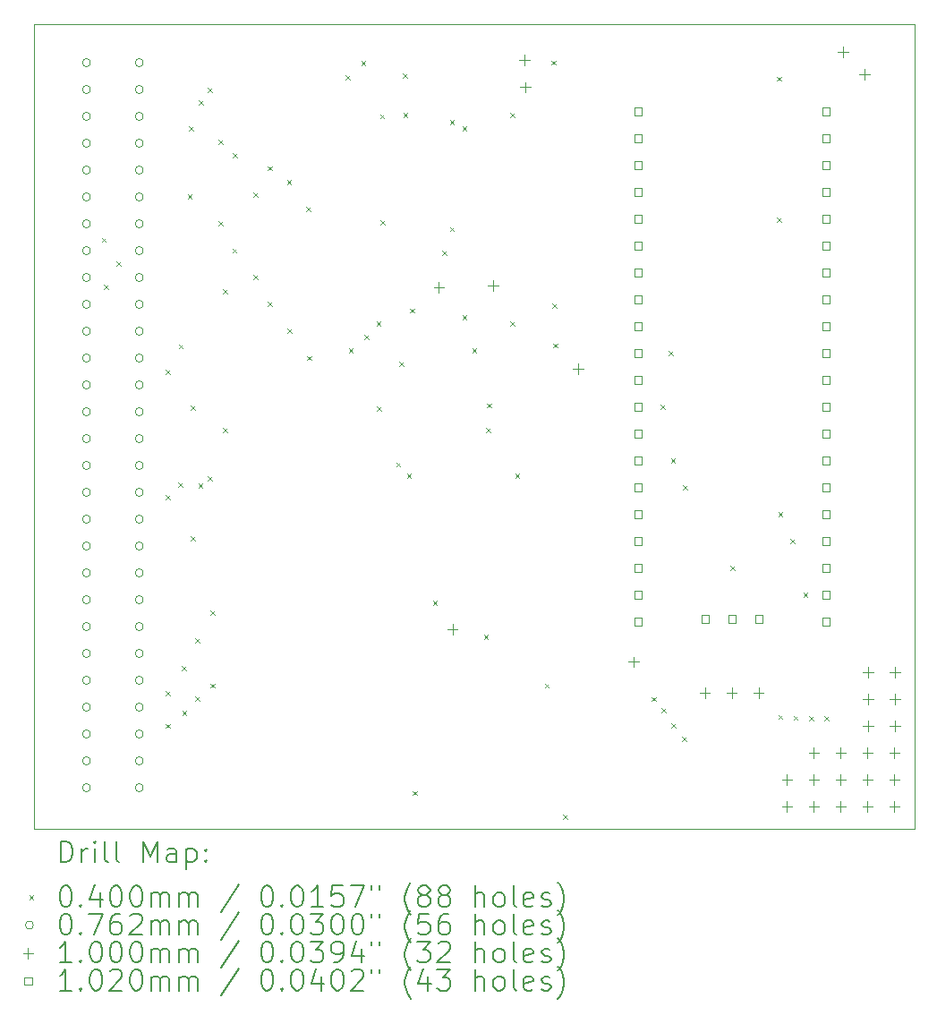
<source format=gbr>
%TF.GenerationSoftware,KiCad,Pcbnew,6.0.10-86aedd382b~118~ubuntu20.04.1*%
%TF.CreationDate,2023-01-03T17:43:26+00:00*%
%TF.ProjectId,srom,73726f6d-2e6b-4696-9361-645f70636258,rev?*%
%TF.SameCoordinates,Original*%
%TF.FileFunction,Drillmap*%
%TF.FilePolarity,Positive*%
%FSLAX45Y45*%
G04 Gerber Fmt 4.5, Leading zero omitted, Abs format (unit mm)*
G04 Created by KiCad (PCBNEW 6.0.10-86aedd382b~118~ubuntu20.04.1) date 2023-01-03 17:43:26*
%MOMM*%
%LPD*%
G01*
G04 APERTURE LIST*
%ADD10C,0.100000*%
%ADD11C,0.200000*%
%ADD12C,0.040000*%
%ADD13C,0.076200*%
%ADD14C,0.102000*%
G04 APERTURE END LIST*
D10*
X2318000Y-4998000D02*
X10646000Y-4998000D01*
X10646000Y-4998000D02*
X10646000Y-12607000D01*
X10646000Y-12607000D02*
X2318000Y-12607000D01*
X2318000Y-12607000D02*
X2318000Y-4998000D01*
D11*
D12*
X2959000Y-7014000D02*
X2999000Y-7054000D01*
X2999000Y-7014000D02*
X2959000Y-7054000D01*
X2978000Y-7458000D02*
X3018000Y-7498000D01*
X3018000Y-7458000D02*
X2978000Y-7498000D01*
X3101000Y-7239000D02*
X3141000Y-7279000D01*
X3141000Y-7239000D02*
X3101000Y-7279000D01*
X3562000Y-9447000D02*
X3602000Y-9487000D01*
X3602000Y-9447000D02*
X3562000Y-9487000D01*
X3563000Y-8263000D02*
X3603000Y-8303000D01*
X3603000Y-8263000D02*
X3563000Y-8303000D01*
X3563000Y-11300000D02*
X3603000Y-11340000D01*
X3603000Y-11300000D02*
X3563000Y-11340000D01*
X3565000Y-11611000D02*
X3605000Y-11651000D01*
X3605000Y-11611000D02*
X3565000Y-11651000D01*
X3680000Y-9329000D02*
X3720000Y-9369000D01*
X3720000Y-9329000D02*
X3680000Y-9369000D01*
X3686000Y-8022000D02*
X3726000Y-8062000D01*
X3726000Y-8022000D02*
X3686000Y-8062000D01*
X3719000Y-11063000D02*
X3759000Y-11103000D01*
X3759000Y-11063000D02*
X3719000Y-11103000D01*
X3722000Y-11489000D02*
X3762000Y-11529000D01*
X3762000Y-11489000D02*
X3722000Y-11529000D01*
X3771000Y-6605000D02*
X3811000Y-6645000D01*
X3811000Y-6605000D02*
X3771000Y-6645000D01*
X3784000Y-5961000D02*
X3824000Y-6001000D01*
X3824000Y-5961000D02*
X3784000Y-6001000D01*
X3799000Y-8605000D02*
X3839000Y-8645000D01*
X3839000Y-8605000D02*
X3799000Y-8645000D01*
X3799000Y-9841000D02*
X3839000Y-9881000D01*
X3839000Y-9841000D02*
X3799000Y-9881000D01*
X3843000Y-11353000D02*
X3883000Y-11393000D01*
X3883000Y-11353000D02*
X3843000Y-11393000D01*
X3844000Y-10806000D02*
X3884000Y-10846000D01*
X3884000Y-10806000D02*
X3844000Y-10846000D01*
X3874000Y-9341000D02*
X3914000Y-9381000D01*
X3914000Y-9341000D02*
X3874000Y-9381000D01*
X3876000Y-5714000D02*
X3916000Y-5754000D01*
X3916000Y-5714000D02*
X3876000Y-5754000D01*
X3963000Y-5596000D02*
X4003000Y-5636000D01*
X4003000Y-5596000D02*
X3963000Y-5636000D01*
X3965000Y-9269000D02*
X4005000Y-9309000D01*
X4005000Y-9269000D02*
X3965000Y-9309000D01*
X3985000Y-11230000D02*
X4025000Y-11270000D01*
X4025000Y-11230000D02*
X3985000Y-11270000D01*
X3988000Y-10538000D02*
X4028000Y-10578000D01*
X4028000Y-10538000D02*
X3988000Y-10578000D01*
X4064000Y-6086000D02*
X4104000Y-6126000D01*
X4104000Y-6086000D02*
X4064000Y-6126000D01*
X4064000Y-6859000D02*
X4104000Y-6899000D01*
X4104000Y-6859000D02*
X4064000Y-6899000D01*
X4107000Y-7501000D02*
X4147000Y-7541000D01*
X4147000Y-7501000D02*
X4107000Y-7541000D01*
X4109000Y-8811000D02*
X4149000Y-8851000D01*
X4149000Y-8811000D02*
X4109000Y-8851000D01*
X4195000Y-7116000D02*
X4235000Y-7156000D01*
X4235000Y-7116000D02*
X4195000Y-7156000D01*
X4200000Y-6212000D02*
X4240000Y-6252000D01*
X4240000Y-6212000D02*
X4200000Y-6252000D01*
X4392000Y-6589000D02*
X4432000Y-6629000D01*
X4432000Y-6589000D02*
X4392000Y-6629000D01*
X4395000Y-7369000D02*
X4435000Y-7409000D01*
X4435000Y-7369000D02*
X4395000Y-7409000D01*
X4529000Y-6338000D02*
X4569000Y-6378000D01*
X4569000Y-6338000D02*
X4529000Y-6378000D01*
X4532000Y-7623000D02*
X4572000Y-7663000D01*
X4572000Y-7623000D02*
X4532000Y-7663000D01*
X4712000Y-6466000D02*
X4752000Y-6506000D01*
X4752000Y-6466000D02*
X4712000Y-6506000D01*
X4716000Y-7872000D02*
X4756000Y-7912000D01*
X4756000Y-7872000D02*
X4716000Y-7912000D01*
X4896000Y-6720000D02*
X4936000Y-6760000D01*
X4936000Y-6720000D02*
X4896000Y-6760000D01*
X4905000Y-8132000D02*
X4945000Y-8172000D01*
X4945000Y-8132000D02*
X4905000Y-8172000D01*
X5265000Y-5477000D02*
X5305000Y-5517000D01*
X5305000Y-5477000D02*
X5265000Y-5517000D01*
X5295000Y-8060000D02*
X5335000Y-8100000D01*
X5335000Y-8060000D02*
X5295000Y-8100000D01*
X5415000Y-5344000D02*
X5455000Y-5384000D01*
X5455000Y-5344000D02*
X5415000Y-5384000D01*
X5447000Y-7934000D02*
X5487000Y-7974000D01*
X5487000Y-7934000D02*
X5447000Y-7974000D01*
X5558000Y-7809000D02*
X5598000Y-7849000D01*
X5598000Y-7809000D02*
X5558000Y-7849000D01*
X5561000Y-8613000D02*
X5601000Y-8653000D01*
X5601000Y-8613000D02*
X5561000Y-8653000D01*
X5591000Y-5846000D02*
X5631000Y-5886000D01*
X5631000Y-5846000D02*
X5591000Y-5886000D01*
X5597000Y-6847000D02*
X5637000Y-6887000D01*
X5637000Y-6847000D02*
X5597000Y-6887000D01*
X5745000Y-9139000D02*
X5785000Y-9179000D01*
X5785000Y-9139000D02*
X5745000Y-9179000D01*
X5774000Y-8188000D02*
X5814000Y-8228000D01*
X5814000Y-8188000D02*
X5774000Y-8228000D01*
X5811000Y-5461000D02*
X5851000Y-5501000D01*
X5851000Y-5461000D02*
X5811000Y-5501000D01*
X5812000Y-5832000D02*
X5852000Y-5872000D01*
X5852000Y-5832000D02*
X5812000Y-5872000D01*
X5845000Y-9244000D02*
X5885000Y-9284000D01*
X5885000Y-9244000D02*
X5845000Y-9284000D01*
X5878000Y-7683000D02*
X5918000Y-7723000D01*
X5918000Y-7683000D02*
X5878000Y-7723000D01*
X5901000Y-12247000D02*
X5941000Y-12287000D01*
X5941000Y-12247000D02*
X5901000Y-12287000D01*
X6092000Y-10446000D02*
X6132000Y-10486000D01*
X6132000Y-10446000D02*
X6092000Y-10486000D01*
X6180000Y-7139000D02*
X6220000Y-7179000D01*
X6220000Y-7139000D02*
X6180000Y-7179000D01*
X6253000Y-5904000D02*
X6293000Y-5944000D01*
X6293000Y-5904000D02*
X6253000Y-5944000D01*
X6253000Y-6913000D02*
X6293000Y-6953000D01*
X6293000Y-6913000D02*
X6253000Y-6953000D01*
X6371000Y-5961000D02*
X6411000Y-6001000D01*
X6411000Y-5961000D02*
X6371000Y-6001000D01*
X6372000Y-7749000D02*
X6412000Y-7789000D01*
X6412000Y-7749000D02*
X6372000Y-7789000D01*
X6464000Y-8058000D02*
X6504000Y-8098000D01*
X6504000Y-8058000D02*
X6464000Y-8098000D01*
X6575000Y-10772000D02*
X6615000Y-10812000D01*
X6615000Y-10772000D02*
X6575000Y-10812000D01*
X6594000Y-8811000D02*
X6634000Y-8851000D01*
X6634000Y-8811000D02*
X6594000Y-8851000D01*
X6603000Y-8582000D02*
X6643000Y-8622000D01*
X6643000Y-8582000D02*
X6603000Y-8622000D01*
X6824000Y-7807000D02*
X6864000Y-7847000D01*
X6864000Y-7807000D02*
X6824000Y-7847000D01*
X6825000Y-5836000D02*
X6865000Y-5876000D01*
X6865000Y-5836000D02*
X6825000Y-5876000D01*
X6871000Y-9247000D02*
X6911000Y-9287000D01*
X6911000Y-9247000D02*
X6871000Y-9287000D01*
X7149000Y-11231000D02*
X7189000Y-11271000D01*
X7189000Y-11231000D02*
X7149000Y-11271000D01*
X7212000Y-5339000D02*
X7252000Y-5379000D01*
X7252000Y-5339000D02*
X7212000Y-5379000D01*
X7222000Y-7634000D02*
X7262000Y-7674000D01*
X7262000Y-7634000D02*
X7222000Y-7674000D01*
X7228000Y-8014000D02*
X7268000Y-8054000D01*
X7268000Y-8014000D02*
X7228000Y-8054000D01*
X7324000Y-12474000D02*
X7364000Y-12514000D01*
X7364000Y-12474000D02*
X7324000Y-12514000D01*
X8162000Y-11359000D02*
X8202000Y-11399000D01*
X8202000Y-11359000D02*
X8162000Y-11399000D01*
X8248000Y-8593000D02*
X8288000Y-8633000D01*
X8288000Y-8593000D02*
X8248000Y-8633000D01*
X8256000Y-11466000D02*
X8296000Y-11506000D01*
X8296000Y-11466000D02*
X8256000Y-11506000D01*
X8323000Y-8087000D02*
X8363000Y-8127000D01*
X8363000Y-8087000D02*
X8323000Y-8127000D01*
X8344000Y-9103000D02*
X8384000Y-9143000D01*
X8384000Y-9103000D02*
X8344000Y-9143000D01*
X8346000Y-11610000D02*
X8386000Y-11650000D01*
X8386000Y-11610000D02*
X8346000Y-11650000D01*
X8447000Y-11737000D02*
X8487000Y-11777000D01*
X8487000Y-11737000D02*
X8447000Y-11777000D01*
X8461000Y-9354000D02*
X8501000Y-9394000D01*
X8501000Y-9354000D02*
X8461000Y-9394000D01*
X8905000Y-10117000D02*
X8945000Y-10157000D01*
X8945000Y-10117000D02*
X8905000Y-10157000D01*
X9346000Y-6825000D02*
X9386000Y-6865000D01*
X9386000Y-6825000D02*
X9346000Y-6865000D01*
X9348000Y-5490000D02*
X9388000Y-5530000D01*
X9388000Y-5490000D02*
X9348000Y-5530000D01*
X9359000Y-9611000D02*
X9399000Y-9651000D01*
X9399000Y-9611000D02*
X9359000Y-9651000D01*
X9359000Y-11528333D02*
X9399000Y-11568333D01*
X9399000Y-11528333D02*
X9359000Y-11568333D01*
X9473000Y-9862000D02*
X9513000Y-9902000D01*
X9513000Y-9862000D02*
X9473000Y-9902000D01*
X9504000Y-11534667D02*
X9544000Y-11574667D01*
X9544000Y-11534667D02*
X9504000Y-11574667D01*
X9598000Y-10371000D02*
X9638000Y-10411000D01*
X9638000Y-10371000D02*
X9598000Y-10411000D01*
X9649000Y-11541000D02*
X9689000Y-11581000D01*
X9689000Y-11541000D02*
X9649000Y-11581000D01*
X9793000Y-11540000D02*
X9833000Y-11580000D01*
X9833000Y-11540000D02*
X9793000Y-11580000D01*
D13*
X2853100Y-5358000D02*
G75*
G03*
X2853100Y-5358000I-38100J0D01*
G01*
X2853100Y-5612000D02*
G75*
G03*
X2853100Y-5612000I-38100J0D01*
G01*
X2853100Y-5866000D02*
G75*
G03*
X2853100Y-5866000I-38100J0D01*
G01*
X2853100Y-6120000D02*
G75*
G03*
X2853100Y-6120000I-38100J0D01*
G01*
X2853100Y-6374000D02*
G75*
G03*
X2853100Y-6374000I-38100J0D01*
G01*
X2853100Y-6628000D02*
G75*
G03*
X2853100Y-6628000I-38100J0D01*
G01*
X2853100Y-6882000D02*
G75*
G03*
X2853100Y-6882000I-38100J0D01*
G01*
X2853100Y-7136000D02*
G75*
G03*
X2853100Y-7136000I-38100J0D01*
G01*
X2853100Y-7390000D02*
G75*
G03*
X2853100Y-7390000I-38100J0D01*
G01*
X2853100Y-7644000D02*
G75*
G03*
X2853100Y-7644000I-38100J0D01*
G01*
X2853100Y-7898000D02*
G75*
G03*
X2853100Y-7898000I-38100J0D01*
G01*
X2853100Y-8152000D02*
G75*
G03*
X2853100Y-8152000I-38100J0D01*
G01*
X2853100Y-8406000D02*
G75*
G03*
X2853100Y-8406000I-38100J0D01*
G01*
X2853100Y-8660000D02*
G75*
G03*
X2853100Y-8660000I-38100J0D01*
G01*
X2853100Y-8914000D02*
G75*
G03*
X2853100Y-8914000I-38100J0D01*
G01*
X2853100Y-9168000D02*
G75*
G03*
X2853100Y-9168000I-38100J0D01*
G01*
X2853100Y-9422000D02*
G75*
G03*
X2853100Y-9422000I-38100J0D01*
G01*
X2853100Y-9676000D02*
G75*
G03*
X2853100Y-9676000I-38100J0D01*
G01*
X2853100Y-9930000D02*
G75*
G03*
X2853100Y-9930000I-38100J0D01*
G01*
X2853100Y-10184000D02*
G75*
G03*
X2853100Y-10184000I-38100J0D01*
G01*
X2853100Y-10438000D02*
G75*
G03*
X2853100Y-10438000I-38100J0D01*
G01*
X2853100Y-10692000D02*
G75*
G03*
X2853100Y-10692000I-38100J0D01*
G01*
X2853100Y-10946000D02*
G75*
G03*
X2853100Y-10946000I-38100J0D01*
G01*
X2853100Y-11200000D02*
G75*
G03*
X2853100Y-11200000I-38100J0D01*
G01*
X2853100Y-11454000D02*
G75*
G03*
X2853100Y-11454000I-38100J0D01*
G01*
X2853100Y-11708000D02*
G75*
G03*
X2853100Y-11708000I-38100J0D01*
G01*
X2853100Y-11962000D02*
G75*
G03*
X2853100Y-11962000I-38100J0D01*
G01*
X2853100Y-12216000D02*
G75*
G03*
X2853100Y-12216000I-38100J0D01*
G01*
X3353100Y-5358000D02*
G75*
G03*
X3353100Y-5358000I-38100J0D01*
G01*
X3353100Y-5612000D02*
G75*
G03*
X3353100Y-5612000I-38100J0D01*
G01*
X3353100Y-5866000D02*
G75*
G03*
X3353100Y-5866000I-38100J0D01*
G01*
X3353100Y-6120000D02*
G75*
G03*
X3353100Y-6120000I-38100J0D01*
G01*
X3353100Y-6374000D02*
G75*
G03*
X3353100Y-6374000I-38100J0D01*
G01*
X3353100Y-6628000D02*
G75*
G03*
X3353100Y-6628000I-38100J0D01*
G01*
X3353100Y-6882000D02*
G75*
G03*
X3353100Y-6882000I-38100J0D01*
G01*
X3353100Y-7136000D02*
G75*
G03*
X3353100Y-7136000I-38100J0D01*
G01*
X3353100Y-7390000D02*
G75*
G03*
X3353100Y-7390000I-38100J0D01*
G01*
X3353100Y-7644000D02*
G75*
G03*
X3353100Y-7644000I-38100J0D01*
G01*
X3353100Y-7898000D02*
G75*
G03*
X3353100Y-7898000I-38100J0D01*
G01*
X3353100Y-8152000D02*
G75*
G03*
X3353100Y-8152000I-38100J0D01*
G01*
X3353100Y-8406000D02*
G75*
G03*
X3353100Y-8406000I-38100J0D01*
G01*
X3353100Y-8660000D02*
G75*
G03*
X3353100Y-8660000I-38100J0D01*
G01*
X3353100Y-8914000D02*
G75*
G03*
X3353100Y-8914000I-38100J0D01*
G01*
X3353100Y-9168000D02*
G75*
G03*
X3353100Y-9168000I-38100J0D01*
G01*
X3353100Y-9422000D02*
G75*
G03*
X3353100Y-9422000I-38100J0D01*
G01*
X3353100Y-9676000D02*
G75*
G03*
X3353100Y-9676000I-38100J0D01*
G01*
X3353100Y-9930000D02*
G75*
G03*
X3353100Y-9930000I-38100J0D01*
G01*
X3353100Y-10184000D02*
G75*
G03*
X3353100Y-10184000I-38100J0D01*
G01*
X3353100Y-10438000D02*
G75*
G03*
X3353100Y-10438000I-38100J0D01*
G01*
X3353100Y-10692000D02*
G75*
G03*
X3353100Y-10692000I-38100J0D01*
G01*
X3353100Y-10946000D02*
G75*
G03*
X3353100Y-10946000I-38100J0D01*
G01*
X3353100Y-11200000D02*
G75*
G03*
X3353100Y-11200000I-38100J0D01*
G01*
X3353100Y-11454000D02*
G75*
G03*
X3353100Y-11454000I-38100J0D01*
G01*
X3353100Y-11708000D02*
G75*
G03*
X3353100Y-11708000I-38100J0D01*
G01*
X3353100Y-11962000D02*
G75*
G03*
X3353100Y-11962000I-38100J0D01*
G01*
X3353100Y-12216000D02*
G75*
G03*
X3353100Y-12216000I-38100J0D01*
G01*
D10*
X6149000Y-7434000D02*
X6149000Y-7534000D01*
X6099000Y-7484000D02*
X6199000Y-7484000D01*
X6277000Y-10671000D02*
X6277000Y-10771000D01*
X6227000Y-10721000D02*
X6327000Y-10721000D01*
X6664000Y-7416000D02*
X6664000Y-7516000D01*
X6614000Y-7466000D02*
X6714000Y-7466000D01*
X6961000Y-5285000D02*
X6961000Y-5385000D01*
X6911000Y-5335000D02*
X7011000Y-5335000D01*
X6964000Y-5541000D02*
X6964000Y-5641000D01*
X6914000Y-5591000D02*
X7014000Y-5591000D01*
X7463000Y-8202000D02*
X7463000Y-8302000D01*
X7413000Y-8252000D02*
X7513000Y-8252000D01*
X7992000Y-10976000D02*
X7992000Y-11076000D01*
X7942000Y-11026000D02*
X8042000Y-11026000D01*
X8665000Y-11266500D02*
X8665000Y-11366500D01*
X8615000Y-11316500D02*
X8715000Y-11316500D01*
X8919000Y-11266500D02*
X8919000Y-11366500D01*
X8869000Y-11316500D02*
X8969000Y-11316500D01*
X9173000Y-11266500D02*
X9173000Y-11366500D01*
X9123000Y-11316500D02*
X9223000Y-11316500D01*
X9443000Y-12091000D02*
X9443000Y-12191000D01*
X9393000Y-12141000D02*
X9493000Y-12141000D01*
X9443000Y-12345000D02*
X9443000Y-12445000D01*
X9393000Y-12395000D02*
X9493000Y-12395000D01*
X9697000Y-11837000D02*
X9697000Y-11937000D01*
X9647000Y-11887000D02*
X9747000Y-11887000D01*
X9697000Y-12091000D02*
X9697000Y-12191000D01*
X9647000Y-12141000D02*
X9747000Y-12141000D01*
X9697000Y-12345000D02*
X9697000Y-12445000D01*
X9647000Y-12395000D02*
X9747000Y-12395000D01*
X9951000Y-11837000D02*
X9951000Y-11937000D01*
X9901000Y-11887000D02*
X10001000Y-11887000D01*
X9951000Y-12091000D02*
X9951000Y-12191000D01*
X9901000Y-12141000D02*
X10001000Y-12141000D01*
X9951000Y-12345000D02*
X9951000Y-12445000D01*
X9901000Y-12395000D02*
X10001000Y-12395000D01*
X9973000Y-5210000D02*
X9973000Y-5310000D01*
X9923000Y-5260000D02*
X10023000Y-5260000D01*
X10177000Y-5415000D02*
X10177000Y-5515000D01*
X10127000Y-5465000D02*
X10227000Y-5465000D01*
X10205000Y-11837000D02*
X10205000Y-11937000D01*
X10155000Y-11887000D02*
X10255000Y-11887000D01*
X10205000Y-12091000D02*
X10205000Y-12191000D01*
X10155000Y-12141000D02*
X10255000Y-12141000D01*
X10205000Y-12345000D02*
X10205000Y-12445000D01*
X10155000Y-12395000D02*
X10255000Y-12395000D01*
X10207000Y-11073000D02*
X10207000Y-11173000D01*
X10157000Y-11123000D02*
X10257000Y-11123000D01*
X10207000Y-11327000D02*
X10207000Y-11427000D01*
X10157000Y-11377000D02*
X10257000Y-11377000D01*
X10207000Y-11581000D02*
X10207000Y-11681000D01*
X10157000Y-11631000D02*
X10257000Y-11631000D01*
X10459000Y-11837000D02*
X10459000Y-11937000D01*
X10409000Y-11887000D02*
X10509000Y-11887000D01*
X10459000Y-12091000D02*
X10459000Y-12191000D01*
X10409000Y-12141000D02*
X10509000Y-12141000D01*
X10459000Y-12345000D02*
X10459000Y-12445000D01*
X10409000Y-12395000D02*
X10509000Y-12395000D01*
X10461000Y-11073000D02*
X10461000Y-11173000D01*
X10411000Y-11123000D02*
X10511000Y-11123000D01*
X10461000Y-11327000D02*
X10461000Y-11427000D01*
X10411000Y-11377000D02*
X10511000Y-11377000D01*
X10461000Y-11581000D02*
X10461000Y-11681000D01*
X10411000Y-11631000D02*
X10511000Y-11631000D01*
D14*
X8071063Y-5855063D02*
X8071063Y-5782937D01*
X7998937Y-5782937D01*
X7998937Y-5855063D01*
X8071063Y-5855063D01*
X8071063Y-6109063D02*
X8071063Y-6036937D01*
X7998937Y-6036937D01*
X7998937Y-6109063D01*
X8071063Y-6109063D01*
X8071063Y-6363063D02*
X8071063Y-6290937D01*
X7998937Y-6290937D01*
X7998937Y-6363063D01*
X8071063Y-6363063D01*
X8071063Y-6617063D02*
X8071063Y-6544937D01*
X7998937Y-6544937D01*
X7998937Y-6617063D01*
X8071063Y-6617063D01*
X8071063Y-6871063D02*
X8071063Y-6798937D01*
X7998937Y-6798937D01*
X7998937Y-6871063D01*
X8071063Y-6871063D01*
X8071063Y-7125063D02*
X8071063Y-7052937D01*
X7998937Y-7052937D01*
X7998937Y-7125063D01*
X8071063Y-7125063D01*
X8071063Y-7379063D02*
X8071063Y-7306937D01*
X7998937Y-7306937D01*
X7998937Y-7379063D01*
X8071063Y-7379063D01*
X8071063Y-7633063D02*
X8071063Y-7560937D01*
X7998937Y-7560937D01*
X7998937Y-7633063D01*
X8071063Y-7633063D01*
X8071063Y-7887063D02*
X8071063Y-7814937D01*
X7998937Y-7814937D01*
X7998937Y-7887063D01*
X8071063Y-7887063D01*
X8071063Y-8141063D02*
X8071063Y-8068937D01*
X7998937Y-8068937D01*
X7998937Y-8141063D01*
X8071063Y-8141063D01*
X8071063Y-8395063D02*
X8071063Y-8322937D01*
X7998937Y-8322937D01*
X7998937Y-8395063D01*
X8071063Y-8395063D01*
X8071063Y-8649063D02*
X8071063Y-8576937D01*
X7998937Y-8576937D01*
X7998937Y-8649063D01*
X8071063Y-8649063D01*
X8071063Y-8903063D02*
X8071063Y-8830937D01*
X7998937Y-8830937D01*
X7998937Y-8903063D01*
X8071063Y-8903063D01*
X8071063Y-9157063D02*
X8071063Y-9084937D01*
X7998937Y-9084937D01*
X7998937Y-9157063D01*
X8071063Y-9157063D01*
X8071063Y-9411063D02*
X8071063Y-9338937D01*
X7998937Y-9338937D01*
X7998937Y-9411063D01*
X8071063Y-9411063D01*
X8071063Y-9665063D02*
X8071063Y-9592937D01*
X7998937Y-9592937D01*
X7998937Y-9665063D01*
X8071063Y-9665063D01*
X8071063Y-9919063D02*
X8071063Y-9846937D01*
X7998937Y-9846937D01*
X7998937Y-9919063D01*
X8071063Y-9919063D01*
X8071063Y-10173063D02*
X8071063Y-10100937D01*
X7998937Y-10100937D01*
X7998937Y-10173063D01*
X8071063Y-10173063D01*
X8071063Y-10427063D02*
X8071063Y-10354937D01*
X7998937Y-10354937D01*
X7998937Y-10427063D01*
X8071063Y-10427063D01*
X8071063Y-10681063D02*
X8071063Y-10608937D01*
X7998937Y-10608937D01*
X7998937Y-10681063D01*
X8071063Y-10681063D01*
X8706063Y-10658063D02*
X8706063Y-10585937D01*
X8633937Y-10585937D01*
X8633937Y-10658063D01*
X8706063Y-10658063D01*
X8960063Y-10658063D02*
X8960063Y-10585937D01*
X8887937Y-10585937D01*
X8887937Y-10658063D01*
X8960063Y-10658063D01*
X9214063Y-10658063D02*
X9214063Y-10585937D01*
X9141937Y-10585937D01*
X9141937Y-10658063D01*
X9214063Y-10658063D01*
X9849063Y-5855063D02*
X9849063Y-5782937D01*
X9776937Y-5782937D01*
X9776937Y-5855063D01*
X9849063Y-5855063D01*
X9849063Y-6109063D02*
X9849063Y-6036937D01*
X9776937Y-6036937D01*
X9776937Y-6109063D01*
X9849063Y-6109063D01*
X9849063Y-6363063D02*
X9849063Y-6290937D01*
X9776937Y-6290937D01*
X9776937Y-6363063D01*
X9849063Y-6363063D01*
X9849063Y-6617063D02*
X9849063Y-6544937D01*
X9776937Y-6544937D01*
X9776937Y-6617063D01*
X9849063Y-6617063D01*
X9849063Y-6871063D02*
X9849063Y-6798937D01*
X9776937Y-6798937D01*
X9776937Y-6871063D01*
X9849063Y-6871063D01*
X9849063Y-7125063D02*
X9849063Y-7052937D01*
X9776937Y-7052937D01*
X9776937Y-7125063D01*
X9849063Y-7125063D01*
X9849063Y-7379063D02*
X9849063Y-7306937D01*
X9776937Y-7306937D01*
X9776937Y-7379063D01*
X9849063Y-7379063D01*
X9849063Y-7633063D02*
X9849063Y-7560937D01*
X9776937Y-7560937D01*
X9776937Y-7633063D01*
X9849063Y-7633063D01*
X9849063Y-7887063D02*
X9849063Y-7814937D01*
X9776937Y-7814937D01*
X9776937Y-7887063D01*
X9849063Y-7887063D01*
X9849063Y-8141063D02*
X9849063Y-8068937D01*
X9776937Y-8068937D01*
X9776937Y-8141063D01*
X9849063Y-8141063D01*
X9849063Y-8395063D02*
X9849063Y-8322937D01*
X9776937Y-8322937D01*
X9776937Y-8395063D01*
X9849063Y-8395063D01*
X9849063Y-8649063D02*
X9849063Y-8576937D01*
X9776937Y-8576937D01*
X9776937Y-8649063D01*
X9849063Y-8649063D01*
X9849063Y-8903063D02*
X9849063Y-8830937D01*
X9776937Y-8830937D01*
X9776937Y-8903063D01*
X9849063Y-8903063D01*
X9849063Y-9157063D02*
X9849063Y-9084937D01*
X9776937Y-9084937D01*
X9776937Y-9157063D01*
X9849063Y-9157063D01*
X9849063Y-9411063D02*
X9849063Y-9338937D01*
X9776937Y-9338937D01*
X9776937Y-9411063D01*
X9849063Y-9411063D01*
X9849063Y-9665063D02*
X9849063Y-9592937D01*
X9776937Y-9592937D01*
X9776937Y-9665063D01*
X9849063Y-9665063D01*
X9849063Y-9919063D02*
X9849063Y-9846937D01*
X9776937Y-9846937D01*
X9776937Y-9919063D01*
X9849063Y-9919063D01*
X9849063Y-10173063D02*
X9849063Y-10100937D01*
X9776937Y-10100937D01*
X9776937Y-10173063D01*
X9849063Y-10173063D01*
X9849063Y-10427063D02*
X9849063Y-10354937D01*
X9776937Y-10354937D01*
X9776937Y-10427063D01*
X9849063Y-10427063D01*
X9849063Y-10681063D02*
X9849063Y-10608937D01*
X9776937Y-10608937D01*
X9776937Y-10681063D01*
X9849063Y-10681063D01*
D11*
X2570619Y-12922476D02*
X2570619Y-12722476D01*
X2618238Y-12722476D01*
X2646810Y-12732000D01*
X2665857Y-12751048D01*
X2675381Y-12770095D01*
X2684905Y-12808190D01*
X2684905Y-12836762D01*
X2675381Y-12874857D01*
X2665857Y-12893905D01*
X2646810Y-12912952D01*
X2618238Y-12922476D01*
X2570619Y-12922476D01*
X2770619Y-12922476D02*
X2770619Y-12789143D01*
X2770619Y-12827238D02*
X2780143Y-12808190D01*
X2789667Y-12798667D01*
X2808714Y-12789143D01*
X2827762Y-12789143D01*
X2894428Y-12922476D02*
X2894428Y-12789143D01*
X2894428Y-12722476D02*
X2884905Y-12732000D01*
X2894428Y-12741524D01*
X2903952Y-12732000D01*
X2894428Y-12722476D01*
X2894428Y-12741524D01*
X3018238Y-12922476D02*
X2999190Y-12912952D01*
X2989667Y-12893905D01*
X2989667Y-12722476D01*
X3123000Y-12922476D02*
X3103952Y-12912952D01*
X3094428Y-12893905D01*
X3094428Y-12722476D01*
X3351571Y-12922476D02*
X3351571Y-12722476D01*
X3418238Y-12865333D01*
X3484905Y-12722476D01*
X3484905Y-12922476D01*
X3665857Y-12922476D02*
X3665857Y-12817714D01*
X3656333Y-12798667D01*
X3637286Y-12789143D01*
X3599190Y-12789143D01*
X3580143Y-12798667D01*
X3665857Y-12912952D02*
X3646809Y-12922476D01*
X3599190Y-12922476D01*
X3580143Y-12912952D01*
X3570619Y-12893905D01*
X3570619Y-12874857D01*
X3580143Y-12855809D01*
X3599190Y-12846286D01*
X3646809Y-12846286D01*
X3665857Y-12836762D01*
X3761095Y-12789143D02*
X3761095Y-12989143D01*
X3761095Y-12798667D02*
X3780143Y-12789143D01*
X3818238Y-12789143D01*
X3837286Y-12798667D01*
X3846809Y-12808190D01*
X3856333Y-12827238D01*
X3856333Y-12884381D01*
X3846809Y-12903428D01*
X3837286Y-12912952D01*
X3818238Y-12922476D01*
X3780143Y-12922476D01*
X3761095Y-12912952D01*
X3942048Y-12903428D02*
X3951571Y-12912952D01*
X3942048Y-12922476D01*
X3932524Y-12912952D01*
X3942048Y-12903428D01*
X3942048Y-12922476D01*
X3942048Y-12798667D02*
X3951571Y-12808190D01*
X3942048Y-12817714D01*
X3932524Y-12808190D01*
X3942048Y-12798667D01*
X3942048Y-12817714D01*
D12*
X2273000Y-13232000D02*
X2313000Y-13272000D01*
X2313000Y-13232000D02*
X2273000Y-13272000D01*
D11*
X2608714Y-13142476D02*
X2627762Y-13142476D01*
X2646810Y-13152000D01*
X2656333Y-13161524D01*
X2665857Y-13180571D01*
X2675381Y-13218667D01*
X2675381Y-13266286D01*
X2665857Y-13304381D01*
X2656333Y-13323428D01*
X2646810Y-13332952D01*
X2627762Y-13342476D01*
X2608714Y-13342476D01*
X2589667Y-13332952D01*
X2580143Y-13323428D01*
X2570619Y-13304381D01*
X2561095Y-13266286D01*
X2561095Y-13218667D01*
X2570619Y-13180571D01*
X2580143Y-13161524D01*
X2589667Y-13152000D01*
X2608714Y-13142476D01*
X2761095Y-13323428D02*
X2770619Y-13332952D01*
X2761095Y-13342476D01*
X2751571Y-13332952D01*
X2761095Y-13323428D01*
X2761095Y-13342476D01*
X2942048Y-13209143D02*
X2942048Y-13342476D01*
X2894428Y-13132952D02*
X2846809Y-13275809D01*
X2970619Y-13275809D01*
X3084905Y-13142476D02*
X3103952Y-13142476D01*
X3123000Y-13152000D01*
X3132524Y-13161524D01*
X3142048Y-13180571D01*
X3151571Y-13218667D01*
X3151571Y-13266286D01*
X3142048Y-13304381D01*
X3132524Y-13323428D01*
X3123000Y-13332952D01*
X3103952Y-13342476D01*
X3084905Y-13342476D01*
X3065857Y-13332952D01*
X3056333Y-13323428D01*
X3046809Y-13304381D01*
X3037286Y-13266286D01*
X3037286Y-13218667D01*
X3046809Y-13180571D01*
X3056333Y-13161524D01*
X3065857Y-13152000D01*
X3084905Y-13142476D01*
X3275381Y-13142476D02*
X3294428Y-13142476D01*
X3313476Y-13152000D01*
X3323000Y-13161524D01*
X3332524Y-13180571D01*
X3342048Y-13218667D01*
X3342048Y-13266286D01*
X3332524Y-13304381D01*
X3323000Y-13323428D01*
X3313476Y-13332952D01*
X3294428Y-13342476D01*
X3275381Y-13342476D01*
X3256333Y-13332952D01*
X3246809Y-13323428D01*
X3237286Y-13304381D01*
X3227762Y-13266286D01*
X3227762Y-13218667D01*
X3237286Y-13180571D01*
X3246809Y-13161524D01*
X3256333Y-13152000D01*
X3275381Y-13142476D01*
X3427762Y-13342476D02*
X3427762Y-13209143D01*
X3427762Y-13228190D02*
X3437286Y-13218667D01*
X3456333Y-13209143D01*
X3484905Y-13209143D01*
X3503952Y-13218667D01*
X3513476Y-13237714D01*
X3513476Y-13342476D01*
X3513476Y-13237714D02*
X3523000Y-13218667D01*
X3542048Y-13209143D01*
X3570619Y-13209143D01*
X3589667Y-13218667D01*
X3599190Y-13237714D01*
X3599190Y-13342476D01*
X3694428Y-13342476D02*
X3694428Y-13209143D01*
X3694428Y-13228190D02*
X3703952Y-13218667D01*
X3723000Y-13209143D01*
X3751571Y-13209143D01*
X3770619Y-13218667D01*
X3780143Y-13237714D01*
X3780143Y-13342476D01*
X3780143Y-13237714D02*
X3789667Y-13218667D01*
X3808714Y-13209143D01*
X3837286Y-13209143D01*
X3856333Y-13218667D01*
X3865857Y-13237714D01*
X3865857Y-13342476D01*
X4256333Y-13132952D02*
X4084905Y-13390095D01*
X4513476Y-13142476D02*
X4532524Y-13142476D01*
X4551571Y-13152000D01*
X4561095Y-13161524D01*
X4570619Y-13180571D01*
X4580143Y-13218667D01*
X4580143Y-13266286D01*
X4570619Y-13304381D01*
X4561095Y-13323428D01*
X4551571Y-13332952D01*
X4532524Y-13342476D01*
X4513476Y-13342476D01*
X4494429Y-13332952D01*
X4484905Y-13323428D01*
X4475381Y-13304381D01*
X4465857Y-13266286D01*
X4465857Y-13218667D01*
X4475381Y-13180571D01*
X4484905Y-13161524D01*
X4494429Y-13152000D01*
X4513476Y-13142476D01*
X4665857Y-13323428D02*
X4675381Y-13332952D01*
X4665857Y-13342476D01*
X4656333Y-13332952D01*
X4665857Y-13323428D01*
X4665857Y-13342476D01*
X4799190Y-13142476D02*
X4818238Y-13142476D01*
X4837286Y-13152000D01*
X4846810Y-13161524D01*
X4856333Y-13180571D01*
X4865857Y-13218667D01*
X4865857Y-13266286D01*
X4856333Y-13304381D01*
X4846810Y-13323428D01*
X4837286Y-13332952D01*
X4818238Y-13342476D01*
X4799190Y-13342476D01*
X4780143Y-13332952D01*
X4770619Y-13323428D01*
X4761095Y-13304381D01*
X4751571Y-13266286D01*
X4751571Y-13218667D01*
X4761095Y-13180571D01*
X4770619Y-13161524D01*
X4780143Y-13152000D01*
X4799190Y-13142476D01*
X5056333Y-13342476D02*
X4942048Y-13342476D01*
X4999190Y-13342476D02*
X4999190Y-13142476D01*
X4980143Y-13171048D01*
X4961095Y-13190095D01*
X4942048Y-13199619D01*
X5237286Y-13142476D02*
X5142048Y-13142476D01*
X5132524Y-13237714D01*
X5142048Y-13228190D01*
X5161095Y-13218667D01*
X5208714Y-13218667D01*
X5227762Y-13228190D01*
X5237286Y-13237714D01*
X5246810Y-13256762D01*
X5246810Y-13304381D01*
X5237286Y-13323428D01*
X5227762Y-13332952D01*
X5208714Y-13342476D01*
X5161095Y-13342476D01*
X5142048Y-13332952D01*
X5132524Y-13323428D01*
X5313476Y-13142476D02*
X5446810Y-13142476D01*
X5361095Y-13342476D01*
X5513476Y-13142476D02*
X5513476Y-13180571D01*
X5589667Y-13142476D02*
X5589667Y-13180571D01*
X5884905Y-13418667D02*
X5875381Y-13409143D01*
X5856333Y-13380571D01*
X5846809Y-13361524D01*
X5837286Y-13332952D01*
X5827762Y-13285333D01*
X5827762Y-13247238D01*
X5837286Y-13199619D01*
X5846809Y-13171048D01*
X5856333Y-13152000D01*
X5875381Y-13123428D01*
X5884905Y-13113905D01*
X5989667Y-13228190D02*
X5970619Y-13218667D01*
X5961095Y-13209143D01*
X5951571Y-13190095D01*
X5951571Y-13180571D01*
X5961095Y-13161524D01*
X5970619Y-13152000D01*
X5989667Y-13142476D01*
X6027762Y-13142476D01*
X6046809Y-13152000D01*
X6056333Y-13161524D01*
X6065857Y-13180571D01*
X6065857Y-13190095D01*
X6056333Y-13209143D01*
X6046809Y-13218667D01*
X6027762Y-13228190D01*
X5989667Y-13228190D01*
X5970619Y-13237714D01*
X5961095Y-13247238D01*
X5951571Y-13266286D01*
X5951571Y-13304381D01*
X5961095Y-13323428D01*
X5970619Y-13332952D01*
X5989667Y-13342476D01*
X6027762Y-13342476D01*
X6046809Y-13332952D01*
X6056333Y-13323428D01*
X6065857Y-13304381D01*
X6065857Y-13266286D01*
X6056333Y-13247238D01*
X6046809Y-13237714D01*
X6027762Y-13228190D01*
X6180143Y-13228190D02*
X6161095Y-13218667D01*
X6151571Y-13209143D01*
X6142048Y-13190095D01*
X6142048Y-13180571D01*
X6151571Y-13161524D01*
X6161095Y-13152000D01*
X6180143Y-13142476D01*
X6218238Y-13142476D01*
X6237286Y-13152000D01*
X6246809Y-13161524D01*
X6256333Y-13180571D01*
X6256333Y-13190095D01*
X6246809Y-13209143D01*
X6237286Y-13218667D01*
X6218238Y-13228190D01*
X6180143Y-13228190D01*
X6161095Y-13237714D01*
X6151571Y-13247238D01*
X6142048Y-13266286D01*
X6142048Y-13304381D01*
X6151571Y-13323428D01*
X6161095Y-13332952D01*
X6180143Y-13342476D01*
X6218238Y-13342476D01*
X6237286Y-13332952D01*
X6246809Y-13323428D01*
X6256333Y-13304381D01*
X6256333Y-13266286D01*
X6246809Y-13247238D01*
X6237286Y-13237714D01*
X6218238Y-13228190D01*
X6494428Y-13342476D02*
X6494428Y-13142476D01*
X6580143Y-13342476D02*
X6580143Y-13237714D01*
X6570619Y-13218667D01*
X6551571Y-13209143D01*
X6523000Y-13209143D01*
X6503952Y-13218667D01*
X6494428Y-13228190D01*
X6703952Y-13342476D02*
X6684905Y-13332952D01*
X6675381Y-13323428D01*
X6665857Y-13304381D01*
X6665857Y-13247238D01*
X6675381Y-13228190D01*
X6684905Y-13218667D01*
X6703952Y-13209143D01*
X6732524Y-13209143D01*
X6751571Y-13218667D01*
X6761095Y-13228190D01*
X6770619Y-13247238D01*
X6770619Y-13304381D01*
X6761095Y-13323428D01*
X6751571Y-13332952D01*
X6732524Y-13342476D01*
X6703952Y-13342476D01*
X6884905Y-13342476D02*
X6865857Y-13332952D01*
X6856333Y-13313905D01*
X6856333Y-13142476D01*
X7037286Y-13332952D02*
X7018238Y-13342476D01*
X6980143Y-13342476D01*
X6961095Y-13332952D01*
X6951571Y-13313905D01*
X6951571Y-13237714D01*
X6961095Y-13218667D01*
X6980143Y-13209143D01*
X7018238Y-13209143D01*
X7037286Y-13218667D01*
X7046809Y-13237714D01*
X7046809Y-13256762D01*
X6951571Y-13275809D01*
X7123000Y-13332952D02*
X7142048Y-13342476D01*
X7180143Y-13342476D01*
X7199190Y-13332952D01*
X7208714Y-13313905D01*
X7208714Y-13304381D01*
X7199190Y-13285333D01*
X7180143Y-13275809D01*
X7151571Y-13275809D01*
X7132524Y-13266286D01*
X7123000Y-13247238D01*
X7123000Y-13237714D01*
X7132524Y-13218667D01*
X7151571Y-13209143D01*
X7180143Y-13209143D01*
X7199190Y-13218667D01*
X7275381Y-13418667D02*
X7284905Y-13409143D01*
X7303952Y-13380571D01*
X7313476Y-13361524D01*
X7323000Y-13332952D01*
X7332524Y-13285333D01*
X7332524Y-13247238D01*
X7323000Y-13199619D01*
X7313476Y-13171048D01*
X7303952Y-13152000D01*
X7284905Y-13123428D01*
X7275381Y-13113905D01*
D13*
X2313000Y-13516000D02*
G75*
G03*
X2313000Y-13516000I-38100J0D01*
G01*
D11*
X2608714Y-13406476D02*
X2627762Y-13406476D01*
X2646810Y-13416000D01*
X2656333Y-13425524D01*
X2665857Y-13444571D01*
X2675381Y-13482667D01*
X2675381Y-13530286D01*
X2665857Y-13568381D01*
X2656333Y-13587428D01*
X2646810Y-13596952D01*
X2627762Y-13606476D01*
X2608714Y-13606476D01*
X2589667Y-13596952D01*
X2580143Y-13587428D01*
X2570619Y-13568381D01*
X2561095Y-13530286D01*
X2561095Y-13482667D01*
X2570619Y-13444571D01*
X2580143Y-13425524D01*
X2589667Y-13416000D01*
X2608714Y-13406476D01*
X2761095Y-13587428D02*
X2770619Y-13596952D01*
X2761095Y-13606476D01*
X2751571Y-13596952D01*
X2761095Y-13587428D01*
X2761095Y-13606476D01*
X2837286Y-13406476D02*
X2970619Y-13406476D01*
X2884905Y-13606476D01*
X3132524Y-13406476D02*
X3094428Y-13406476D01*
X3075381Y-13416000D01*
X3065857Y-13425524D01*
X3046809Y-13454095D01*
X3037286Y-13492190D01*
X3037286Y-13568381D01*
X3046809Y-13587428D01*
X3056333Y-13596952D01*
X3075381Y-13606476D01*
X3113476Y-13606476D01*
X3132524Y-13596952D01*
X3142048Y-13587428D01*
X3151571Y-13568381D01*
X3151571Y-13520762D01*
X3142048Y-13501714D01*
X3132524Y-13492190D01*
X3113476Y-13482667D01*
X3075381Y-13482667D01*
X3056333Y-13492190D01*
X3046809Y-13501714D01*
X3037286Y-13520762D01*
X3227762Y-13425524D02*
X3237286Y-13416000D01*
X3256333Y-13406476D01*
X3303952Y-13406476D01*
X3323000Y-13416000D01*
X3332524Y-13425524D01*
X3342048Y-13444571D01*
X3342048Y-13463619D01*
X3332524Y-13492190D01*
X3218238Y-13606476D01*
X3342048Y-13606476D01*
X3427762Y-13606476D02*
X3427762Y-13473143D01*
X3427762Y-13492190D02*
X3437286Y-13482667D01*
X3456333Y-13473143D01*
X3484905Y-13473143D01*
X3503952Y-13482667D01*
X3513476Y-13501714D01*
X3513476Y-13606476D01*
X3513476Y-13501714D02*
X3523000Y-13482667D01*
X3542048Y-13473143D01*
X3570619Y-13473143D01*
X3589667Y-13482667D01*
X3599190Y-13501714D01*
X3599190Y-13606476D01*
X3694428Y-13606476D02*
X3694428Y-13473143D01*
X3694428Y-13492190D02*
X3703952Y-13482667D01*
X3723000Y-13473143D01*
X3751571Y-13473143D01*
X3770619Y-13482667D01*
X3780143Y-13501714D01*
X3780143Y-13606476D01*
X3780143Y-13501714D02*
X3789667Y-13482667D01*
X3808714Y-13473143D01*
X3837286Y-13473143D01*
X3856333Y-13482667D01*
X3865857Y-13501714D01*
X3865857Y-13606476D01*
X4256333Y-13396952D02*
X4084905Y-13654095D01*
X4513476Y-13406476D02*
X4532524Y-13406476D01*
X4551571Y-13416000D01*
X4561095Y-13425524D01*
X4570619Y-13444571D01*
X4580143Y-13482667D01*
X4580143Y-13530286D01*
X4570619Y-13568381D01*
X4561095Y-13587428D01*
X4551571Y-13596952D01*
X4532524Y-13606476D01*
X4513476Y-13606476D01*
X4494429Y-13596952D01*
X4484905Y-13587428D01*
X4475381Y-13568381D01*
X4465857Y-13530286D01*
X4465857Y-13482667D01*
X4475381Y-13444571D01*
X4484905Y-13425524D01*
X4494429Y-13416000D01*
X4513476Y-13406476D01*
X4665857Y-13587428D02*
X4675381Y-13596952D01*
X4665857Y-13606476D01*
X4656333Y-13596952D01*
X4665857Y-13587428D01*
X4665857Y-13606476D01*
X4799190Y-13406476D02*
X4818238Y-13406476D01*
X4837286Y-13416000D01*
X4846810Y-13425524D01*
X4856333Y-13444571D01*
X4865857Y-13482667D01*
X4865857Y-13530286D01*
X4856333Y-13568381D01*
X4846810Y-13587428D01*
X4837286Y-13596952D01*
X4818238Y-13606476D01*
X4799190Y-13606476D01*
X4780143Y-13596952D01*
X4770619Y-13587428D01*
X4761095Y-13568381D01*
X4751571Y-13530286D01*
X4751571Y-13482667D01*
X4761095Y-13444571D01*
X4770619Y-13425524D01*
X4780143Y-13416000D01*
X4799190Y-13406476D01*
X4932524Y-13406476D02*
X5056333Y-13406476D01*
X4989667Y-13482667D01*
X5018238Y-13482667D01*
X5037286Y-13492190D01*
X5046810Y-13501714D01*
X5056333Y-13520762D01*
X5056333Y-13568381D01*
X5046810Y-13587428D01*
X5037286Y-13596952D01*
X5018238Y-13606476D01*
X4961095Y-13606476D01*
X4942048Y-13596952D01*
X4932524Y-13587428D01*
X5180143Y-13406476D02*
X5199190Y-13406476D01*
X5218238Y-13416000D01*
X5227762Y-13425524D01*
X5237286Y-13444571D01*
X5246810Y-13482667D01*
X5246810Y-13530286D01*
X5237286Y-13568381D01*
X5227762Y-13587428D01*
X5218238Y-13596952D01*
X5199190Y-13606476D01*
X5180143Y-13606476D01*
X5161095Y-13596952D01*
X5151571Y-13587428D01*
X5142048Y-13568381D01*
X5132524Y-13530286D01*
X5132524Y-13482667D01*
X5142048Y-13444571D01*
X5151571Y-13425524D01*
X5161095Y-13416000D01*
X5180143Y-13406476D01*
X5370619Y-13406476D02*
X5389667Y-13406476D01*
X5408714Y-13416000D01*
X5418238Y-13425524D01*
X5427762Y-13444571D01*
X5437286Y-13482667D01*
X5437286Y-13530286D01*
X5427762Y-13568381D01*
X5418238Y-13587428D01*
X5408714Y-13596952D01*
X5389667Y-13606476D01*
X5370619Y-13606476D01*
X5351571Y-13596952D01*
X5342048Y-13587428D01*
X5332524Y-13568381D01*
X5323000Y-13530286D01*
X5323000Y-13482667D01*
X5332524Y-13444571D01*
X5342048Y-13425524D01*
X5351571Y-13416000D01*
X5370619Y-13406476D01*
X5513476Y-13406476D02*
X5513476Y-13444571D01*
X5589667Y-13406476D02*
X5589667Y-13444571D01*
X5884905Y-13682667D02*
X5875381Y-13673143D01*
X5856333Y-13644571D01*
X5846809Y-13625524D01*
X5837286Y-13596952D01*
X5827762Y-13549333D01*
X5827762Y-13511238D01*
X5837286Y-13463619D01*
X5846809Y-13435048D01*
X5856333Y-13416000D01*
X5875381Y-13387428D01*
X5884905Y-13377905D01*
X6056333Y-13406476D02*
X5961095Y-13406476D01*
X5951571Y-13501714D01*
X5961095Y-13492190D01*
X5980143Y-13482667D01*
X6027762Y-13482667D01*
X6046809Y-13492190D01*
X6056333Y-13501714D01*
X6065857Y-13520762D01*
X6065857Y-13568381D01*
X6056333Y-13587428D01*
X6046809Y-13596952D01*
X6027762Y-13606476D01*
X5980143Y-13606476D01*
X5961095Y-13596952D01*
X5951571Y-13587428D01*
X6237286Y-13406476D02*
X6199190Y-13406476D01*
X6180143Y-13416000D01*
X6170619Y-13425524D01*
X6151571Y-13454095D01*
X6142048Y-13492190D01*
X6142048Y-13568381D01*
X6151571Y-13587428D01*
X6161095Y-13596952D01*
X6180143Y-13606476D01*
X6218238Y-13606476D01*
X6237286Y-13596952D01*
X6246809Y-13587428D01*
X6256333Y-13568381D01*
X6256333Y-13520762D01*
X6246809Y-13501714D01*
X6237286Y-13492190D01*
X6218238Y-13482667D01*
X6180143Y-13482667D01*
X6161095Y-13492190D01*
X6151571Y-13501714D01*
X6142048Y-13520762D01*
X6494428Y-13606476D02*
X6494428Y-13406476D01*
X6580143Y-13606476D02*
X6580143Y-13501714D01*
X6570619Y-13482667D01*
X6551571Y-13473143D01*
X6523000Y-13473143D01*
X6503952Y-13482667D01*
X6494428Y-13492190D01*
X6703952Y-13606476D02*
X6684905Y-13596952D01*
X6675381Y-13587428D01*
X6665857Y-13568381D01*
X6665857Y-13511238D01*
X6675381Y-13492190D01*
X6684905Y-13482667D01*
X6703952Y-13473143D01*
X6732524Y-13473143D01*
X6751571Y-13482667D01*
X6761095Y-13492190D01*
X6770619Y-13511238D01*
X6770619Y-13568381D01*
X6761095Y-13587428D01*
X6751571Y-13596952D01*
X6732524Y-13606476D01*
X6703952Y-13606476D01*
X6884905Y-13606476D02*
X6865857Y-13596952D01*
X6856333Y-13577905D01*
X6856333Y-13406476D01*
X7037286Y-13596952D02*
X7018238Y-13606476D01*
X6980143Y-13606476D01*
X6961095Y-13596952D01*
X6951571Y-13577905D01*
X6951571Y-13501714D01*
X6961095Y-13482667D01*
X6980143Y-13473143D01*
X7018238Y-13473143D01*
X7037286Y-13482667D01*
X7046809Y-13501714D01*
X7046809Y-13520762D01*
X6951571Y-13539809D01*
X7123000Y-13596952D02*
X7142048Y-13606476D01*
X7180143Y-13606476D01*
X7199190Y-13596952D01*
X7208714Y-13577905D01*
X7208714Y-13568381D01*
X7199190Y-13549333D01*
X7180143Y-13539809D01*
X7151571Y-13539809D01*
X7132524Y-13530286D01*
X7123000Y-13511238D01*
X7123000Y-13501714D01*
X7132524Y-13482667D01*
X7151571Y-13473143D01*
X7180143Y-13473143D01*
X7199190Y-13482667D01*
X7275381Y-13682667D02*
X7284905Y-13673143D01*
X7303952Y-13644571D01*
X7313476Y-13625524D01*
X7323000Y-13596952D01*
X7332524Y-13549333D01*
X7332524Y-13511238D01*
X7323000Y-13463619D01*
X7313476Y-13435048D01*
X7303952Y-13416000D01*
X7284905Y-13387428D01*
X7275381Y-13377905D01*
D10*
X2263000Y-13730000D02*
X2263000Y-13830000D01*
X2213000Y-13780000D02*
X2313000Y-13780000D01*
D11*
X2675381Y-13870476D02*
X2561095Y-13870476D01*
X2618238Y-13870476D02*
X2618238Y-13670476D01*
X2599190Y-13699048D01*
X2580143Y-13718095D01*
X2561095Y-13727619D01*
X2761095Y-13851428D02*
X2770619Y-13860952D01*
X2761095Y-13870476D01*
X2751571Y-13860952D01*
X2761095Y-13851428D01*
X2761095Y-13870476D01*
X2894428Y-13670476D02*
X2913476Y-13670476D01*
X2932524Y-13680000D01*
X2942048Y-13689524D01*
X2951571Y-13708571D01*
X2961095Y-13746667D01*
X2961095Y-13794286D01*
X2951571Y-13832381D01*
X2942048Y-13851428D01*
X2932524Y-13860952D01*
X2913476Y-13870476D01*
X2894428Y-13870476D01*
X2875381Y-13860952D01*
X2865857Y-13851428D01*
X2856333Y-13832381D01*
X2846809Y-13794286D01*
X2846809Y-13746667D01*
X2856333Y-13708571D01*
X2865857Y-13689524D01*
X2875381Y-13680000D01*
X2894428Y-13670476D01*
X3084905Y-13670476D02*
X3103952Y-13670476D01*
X3123000Y-13680000D01*
X3132524Y-13689524D01*
X3142048Y-13708571D01*
X3151571Y-13746667D01*
X3151571Y-13794286D01*
X3142048Y-13832381D01*
X3132524Y-13851428D01*
X3123000Y-13860952D01*
X3103952Y-13870476D01*
X3084905Y-13870476D01*
X3065857Y-13860952D01*
X3056333Y-13851428D01*
X3046809Y-13832381D01*
X3037286Y-13794286D01*
X3037286Y-13746667D01*
X3046809Y-13708571D01*
X3056333Y-13689524D01*
X3065857Y-13680000D01*
X3084905Y-13670476D01*
X3275381Y-13670476D02*
X3294428Y-13670476D01*
X3313476Y-13680000D01*
X3323000Y-13689524D01*
X3332524Y-13708571D01*
X3342048Y-13746667D01*
X3342048Y-13794286D01*
X3332524Y-13832381D01*
X3323000Y-13851428D01*
X3313476Y-13860952D01*
X3294428Y-13870476D01*
X3275381Y-13870476D01*
X3256333Y-13860952D01*
X3246809Y-13851428D01*
X3237286Y-13832381D01*
X3227762Y-13794286D01*
X3227762Y-13746667D01*
X3237286Y-13708571D01*
X3246809Y-13689524D01*
X3256333Y-13680000D01*
X3275381Y-13670476D01*
X3427762Y-13870476D02*
X3427762Y-13737143D01*
X3427762Y-13756190D02*
X3437286Y-13746667D01*
X3456333Y-13737143D01*
X3484905Y-13737143D01*
X3503952Y-13746667D01*
X3513476Y-13765714D01*
X3513476Y-13870476D01*
X3513476Y-13765714D02*
X3523000Y-13746667D01*
X3542048Y-13737143D01*
X3570619Y-13737143D01*
X3589667Y-13746667D01*
X3599190Y-13765714D01*
X3599190Y-13870476D01*
X3694428Y-13870476D02*
X3694428Y-13737143D01*
X3694428Y-13756190D02*
X3703952Y-13746667D01*
X3723000Y-13737143D01*
X3751571Y-13737143D01*
X3770619Y-13746667D01*
X3780143Y-13765714D01*
X3780143Y-13870476D01*
X3780143Y-13765714D02*
X3789667Y-13746667D01*
X3808714Y-13737143D01*
X3837286Y-13737143D01*
X3856333Y-13746667D01*
X3865857Y-13765714D01*
X3865857Y-13870476D01*
X4256333Y-13660952D02*
X4084905Y-13918095D01*
X4513476Y-13670476D02*
X4532524Y-13670476D01*
X4551571Y-13680000D01*
X4561095Y-13689524D01*
X4570619Y-13708571D01*
X4580143Y-13746667D01*
X4580143Y-13794286D01*
X4570619Y-13832381D01*
X4561095Y-13851428D01*
X4551571Y-13860952D01*
X4532524Y-13870476D01*
X4513476Y-13870476D01*
X4494429Y-13860952D01*
X4484905Y-13851428D01*
X4475381Y-13832381D01*
X4465857Y-13794286D01*
X4465857Y-13746667D01*
X4475381Y-13708571D01*
X4484905Y-13689524D01*
X4494429Y-13680000D01*
X4513476Y-13670476D01*
X4665857Y-13851428D02*
X4675381Y-13860952D01*
X4665857Y-13870476D01*
X4656333Y-13860952D01*
X4665857Y-13851428D01*
X4665857Y-13870476D01*
X4799190Y-13670476D02*
X4818238Y-13670476D01*
X4837286Y-13680000D01*
X4846810Y-13689524D01*
X4856333Y-13708571D01*
X4865857Y-13746667D01*
X4865857Y-13794286D01*
X4856333Y-13832381D01*
X4846810Y-13851428D01*
X4837286Y-13860952D01*
X4818238Y-13870476D01*
X4799190Y-13870476D01*
X4780143Y-13860952D01*
X4770619Y-13851428D01*
X4761095Y-13832381D01*
X4751571Y-13794286D01*
X4751571Y-13746667D01*
X4761095Y-13708571D01*
X4770619Y-13689524D01*
X4780143Y-13680000D01*
X4799190Y-13670476D01*
X4932524Y-13670476D02*
X5056333Y-13670476D01*
X4989667Y-13746667D01*
X5018238Y-13746667D01*
X5037286Y-13756190D01*
X5046810Y-13765714D01*
X5056333Y-13784762D01*
X5056333Y-13832381D01*
X5046810Y-13851428D01*
X5037286Y-13860952D01*
X5018238Y-13870476D01*
X4961095Y-13870476D01*
X4942048Y-13860952D01*
X4932524Y-13851428D01*
X5151571Y-13870476D02*
X5189667Y-13870476D01*
X5208714Y-13860952D01*
X5218238Y-13851428D01*
X5237286Y-13822857D01*
X5246810Y-13784762D01*
X5246810Y-13708571D01*
X5237286Y-13689524D01*
X5227762Y-13680000D01*
X5208714Y-13670476D01*
X5170619Y-13670476D01*
X5151571Y-13680000D01*
X5142048Y-13689524D01*
X5132524Y-13708571D01*
X5132524Y-13756190D01*
X5142048Y-13775238D01*
X5151571Y-13784762D01*
X5170619Y-13794286D01*
X5208714Y-13794286D01*
X5227762Y-13784762D01*
X5237286Y-13775238D01*
X5246810Y-13756190D01*
X5418238Y-13737143D02*
X5418238Y-13870476D01*
X5370619Y-13660952D02*
X5323000Y-13803809D01*
X5446810Y-13803809D01*
X5513476Y-13670476D02*
X5513476Y-13708571D01*
X5589667Y-13670476D02*
X5589667Y-13708571D01*
X5884905Y-13946667D02*
X5875381Y-13937143D01*
X5856333Y-13908571D01*
X5846809Y-13889524D01*
X5837286Y-13860952D01*
X5827762Y-13813333D01*
X5827762Y-13775238D01*
X5837286Y-13727619D01*
X5846809Y-13699048D01*
X5856333Y-13680000D01*
X5875381Y-13651428D01*
X5884905Y-13641905D01*
X5942048Y-13670476D02*
X6065857Y-13670476D01*
X5999190Y-13746667D01*
X6027762Y-13746667D01*
X6046809Y-13756190D01*
X6056333Y-13765714D01*
X6065857Y-13784762D01*
X6065857Y-13832381D01*
X6056333Y-13851428D01*
X6046809Y-13860952D01*
X6027762Y-13870476D01*
X5970619Y-13870476D01*
X5951571Y-13860952D01*
X5942048Y-13851428D01*
X6142048Y-13689524D02*
X6151571Y-13680000D01*
X6170619Y-13670476D01*
X6218238Y-13670476D01*
X6237286Y-13680000D01*
X6246809Y-13689524D01*
X6256333Y-13708571D01*
X6256333Y-13727619D01*
X6246809Y-13756190D01*
X6132524Y-13870476D01*
X6256333Y-13870476D01*
X6494428Y-13870476D02*
X6494428Y-13670476D01*
X6580143Y-13870476D02*
X6580143Y-13765714D01*
X6570619Y-13746667D01*
X6551571Y-13737143D01*
X6523000Y-13737143D01*
X6503952Y-13746667D01*
X6494428Y-13756190D01*
X6703952Y-13870476D02*
X6684905Y-13860952D01*
X6675381Y-13851428D01*
X6665857Y-13832381D01*
X6665857Y-13775238D01*
X6675381Y-13756190D01*
X6684905Y-13746667D01*
X6703952Y-13737143D01*
X6732524Y-13737143D01*
X6751571Y-13746667D01*
X6761095Y-13756190D01*
X6770619Y-13775238D01*
X6770619Y-13832381D01*
X6761095Y-13851428D01*
X6751571Y-13860952D01*
X6732524Y-13870476D01*
X6703952Y-13870476D01*
X6884905Y-13870476D02*
X6865857Y-13860952D01*
X6856333Y-13841905D01*
X6856333Y-13670476D01*
X7037286Y-13860952D02*
X7018238Y-13870476D01*
X6980143Y-13870476D01*
X6961095Y-13860952D01*
X6951571Y-13841905D01*
X6951571Y-13765714D01*
X6961095Y-13746667D01*
X6980143Y-13737143D01*
X7018238Y-13737143D01*
X7037286Y-13746667D01*
X7046809Y-13765714D01*
X7046809Y-13784762D01*
X6951571Y-13803809D01*
X7123000Y-13860952D02*
X7142048Y-13870476D01*
X7180143Y-13870476D01*
X7199190Y-13860952D01*
X7208714Y-13841905D01*
X7208714Y-13832381D01*
X7199190Y-13813333D01*
X7180143Y-13803809D01*
X7151571Y-13803809D01*
X7132524Y-13794286D01*
X7123000Y-13775238D01*
X7123000Y-13765714D01*
X7132524Y-13746667D01*
X7151571Y-13737143D01*
X7180143Y-13737143D01*
X7199190Y-13746667D01*
X7275381Y-13946667D02*
X7284905Y-13937143D01*
X7303952Y-13908571D01*
X7313476Y-13889524D01*
X7323000Y-13860952D01*
X7332524Y-13813333D01*
X7332524Y-13775238D01*
X7323000Y-13727619D01*
X7313476Y-13699048D01*
X7303952Y-13680000D01*
X7284905Y-13651428D01*
X7275381Y-13641905D01*
D14*
X2298063Y-14080063D02*
X2298063Y-14007937D01*
X2225937Y-14007937D01*
X2225937Y-14080063D01*
X2298063Y-14080063D01*
D11*
X2675381Y-14134476D02*
X2561095Y-14134476D01*
X2618238Y-14134476D02*
X2618238Y-13934476D01*
X2599190Y-13963048D01*
X2580143Y-13982095D01*
X2561095Y-13991619D01*
X2761095Y-14115428D02*
X2770619Y-14124952D01*
X2761095Y-14134476D01*
X2751571Y-14124952D01*
X2761095Y-14115428D01*
X2761095Y-14134476D01*
X2894428Y-13934476D02*
X2913476Y-13934476D01*
X2932524Y-13944000D01*
X2942048Y-13953524D01*
X2951571Y-13972571D01*
X2961095Y-14010667D01*
X2961095Y-14058286D01*
X2951571Y-14096381D01*
X2942048Y-14115428D01*
X2932524Y-14124952D01*
X2913476Y-14134476D01*
X2894428Y-14134476D01*
X2875381Y-14124952D01*
X2865857Y-14115428D01*
X2856333Y-14096381D01*
X2846809Y-14058286D01*
X2846809Y-14010667D01*
X2856333Y-13972571D01*
X2865857Y-13953524D01*
X2875381Y-13944000D01*
X2894428Y-13934476D01*
X3037286Y-13953524D02*
X3046809Y-13944000D01*
X3065857Y-13934476D01*
X3113476Y-13934476D01*
X3132524Y-13944000D01*
X3142048Y-13953524D01*
X3151571Y-13972571D01*
X3151571Y-13991619D01*
X3142048Y-14020190D01*
X3027762Y-14134476D01*
X3151571Y-14134476D01*
X3275381Y-13934476D02*
X3294428Y-13934476D01*
X3313476Y-13944000D01*
X3323000Y-13953524D01*
X3332524Y-13972571D01*
X3342048Y-14010667D01*
X3342048Y-14058286D01*
X3332524Y-14096381D01*
X3323000Y-14115428D01*
X3313476Y-14124952D01*
X3294428Y-14134476D01*
X3275381Y-14134476D01*
X3256333Y-14124952D01*
X3246809Y-14115428D01*
X3237286Y-14096381D01*
X3227762Y-14058286D01*
X3227762Y-14010667D01*
X3237286Y-13972571D01*
X3246809Y-13953524D01*
X3256333Y-13944000D01*
X3275381Y-13934476D01*
X3427762Y-14134476D02*
X3427762Y-14001143D01*
X3427762Y-14020190D02*
X3437286Y-14010667D01*
X3456333Y-14001143D01*
X3484905Y-14001143D01*
X3503952Y-14010667D01*
X3513476Y-14029714D01*
X3513476Y-14134476D01*
X3513476Y-14029714D02*
X3523000Y-14010667D01*
X3542048Y-14001143D01*
X3570619Y-14001143D01*
X3589667Y-14010667D01*
X3599190Y-14029714D01*
X3599190Y-14134476D01*
X3694428Y-14134476D02*
X3694428Y-14001143D01*
X3694428Y-14020190D02*
X3703952Y-14010667D01*
X3723000Y-14001143D01*
X3751571Y-14001143D01*
X3770619Y-14010667D01*
X3780143Y-14029714D01*
X3780143Y-14134476D01*
X3780143Y-14029714D02*
X3789667Y-14010667D01*
X3808714Y-14001143D01*
X3837286Y-14001143D01*
X3856333Y-14010667D01*
X3865857Y-14029714D01*
X3865857Y-14134476D01*
X4256333Y-13924952D02*
X4084905Y-14182095D01*
X4513476Y-13934476D02*
X4532524Y-13934476D01*
X4551571Y-13944000D01*
X4561095Y-13953524D01*
X4570619Y-13972571D01*
X4580143Y-14010667D01*
X4580143Y-14058286D01*
X4570619Y-14096381D01*
X4561095Y-14115428D01*
X4551571Y-14124952D01*
X4532524Y-14134476D01*
X4513476Y-14134476D01*
X4494429Y-14124952D01*
X4484905Y-14115428D01*
X4475381Y-14096381D01*
X4465857Y-14058286D01*
X4465857Y-14010667D01*
X4475381Y-13972571D01*
X4484905Y-13953524D01*
X4494429Y-13944000D01*
X4513476Y-13934476D01*
X4665857Y-14115428D02*
X4675381Y-14124952D01*
X4665857Y-14134476D01*
X4656333Y-14124952D01*
X4665857Y-14115428D01*
X4665857Y-14134476D01*
X4799190Y-13934476D02*
X4818238Y-13934476D01*
X4837286Y-13944000D01*
X4846810Y-13953524D01*
X4856333Y-13972571D01*
X4865857Y-14010667D01*
X4865857Y-14058286D01*
X4856333Y-14096381D01*
X4846810Y-14115428D01*
X4837286Y-14124952D01*
X4818238Y-14134476D01*
X4799190Y-14134476D01*
X4780143Y-14124952D01*
X4770619Y-14115428D01*
X4761095Y-14096381D01*
X4751571Y-14058286D01*
X4751571Y-14010667D01*
X4761095Y-13972571D01*
X4770619Y-13953524D01*
X4780143Y-13944000D01*
X4799190Y-13934476D01*
X5037286Y-14001143D02*
X5037286Y-14134476D01*
X4989667Y-13924952D02*
X4942048Y-14067809D01*
X5065857Y-14067809D01*
X5180143Y-13934476D02*
X5199190Y-13934476D01*
X5218238Y-13944000D01*
X5227762Y-13953524D01*
X5237286Y-13972571D01*
X5246810Y-14010667D01*
X5246810Y-14058286D01*
X5237286Y-14096381D01*
X5227762Y-14115428D01*
X5218238Y-14124952D01*
X5199190Y-14134476D01*
X5180143Y-14134476D01*
X5161095Y-14124952D01*
X5151571Y-14115428D01*
X5142048Y-14096381D01*
X5132524Y-14058286D01*
X5132524Y-14010667D01*
X5142048Y-13972571D01*
X5151571Y-13953524D01*
X5161095Y-13944000D01*
X5180143Y-13934476D01*
X5323000Y-13953524D02*
X5332524Y-13944000D01*
X5351571Y-13934476D01*
X5399190Y-13934476D01*
X5418238Y-13944000D01*
X5427762Y-13953524D01*
X5437286Y-13972571D01*
X5437286Y-13991619D01*
X5427762Y-14020190D01*
X5313476Y-14134476D01*
X5437286Y-14134476D01*
X5513476Y-13934476D02*
X5513476Y-13972571D01*
X5589667Y-13934476D02*
X5589667Y-13972571D01*
X5884905Y-14210667D02*
X5875381Y-14201143D01*
X5856333Y-14172571D01*
X5846809Y-14153524D01*
X5837286Y-14124952D01*
X5827762Y-14077333D01*
X5827762Y-14039238D01*
X5837286Y-13991619D01*
X5846809Y-13963048D01*
X5856333Y-13944000D01*
X5875381Y-13915428D01*
X5884905Y-13905905D01*
X6046809Y-14001143D02*
X6046809Y-14134476D01*
X5999190Y-13924952D02*
X5951571Y-14067809D01*
X6075381Y-14067809D01*
X6132524Y-13934476D02*
X6256333Y-13934476D01*
X6189667Y-14010667D01*
X6218238Y-14010667D01*
X6237286Y-14020190D01*
X6246809Y-14029714D01*
X6256333Y-14048762D01*
X6256333Y-14096381D01*
X6246809Y-14115428D01*
X6237286Y-14124952D01*
X6218238Y-14134476D01*
X6161095Y-14134476D01*
X6142048Y-14124952D01*
X6132524Y-14115428D01*
X6494428Y-14134476D02*
X6494428Y-13934476D01*
X6580143Y-14134476D02*
X6580143Y-14029714D01*
X6570619Y-14010667D01*
X6551571Y-14001143D01*
X6523000Y-14001143D01*
X6503952Y-14010667D01*
X6494428Y-14020190D01*
X6703952Y-14134476D02*
X6684905Y-14124952D01*
X6675381Y-14115428D01*
X6665857Y-14096381D01*
X6665857Y-14039238D01*
X6675381Y-14020190D01*
X6684905Y-14010667D01*
X6703952Y-14001143D01*
X6732524Y-14001143D01*
X6751571Y-14010667D01*
X6761095Y-14020190D01*
X6770619Y-14039238D01*
X6770619Y-14096381D01*
X6761095Y-14115428D01*
X6751571Y-14124952D01*
X6732524Y-14134476D01*
X6703952Y-14134476D01*
X6884905Y-14134476D02*
X6865857Y-14124952D01*
X6856333Y-14105905D01*
X6856333Y-13934476D01*
X7037286Y-14124952D02*
X7018238Y-14134476D01*
X6980143Y-14134476D01*
X6961095Y-14124952D01*
X6951571Y-14105905D01*
X6951571Y-14029714D01*
X6961095Y-14010667D01*
X6980143Y-14001143D01*
X7018238Y-14001143D01*
X7037286Y-14010667D01*
X7046809Y-14029714D01*
X7046809Y-14048762D01*
X6951571Y-14067809D01*
X7123000Y-14124952D02*
X7142048Y-14134476D01*
X7180143Y-14134476D01*
X7199190Y-14124952D01*
X7208714Y-14105905D01*
X7208714Y-14096381D01*
X7199190Y-14077333D01*
X7180143Y-14067809D01*
X7151571Y-14067809D01*
X7132524Y-14058286D01*
X7123000Y-14039238D01*
X7123000Y-14029714D01*
X7132524Y-14010667D01*
X7151571Y-14001143D01*
X7180143Y-14001143D01*
X7199190Y-14010667D01*
X7275381Y-14210667D02*
X7284905Y-14201143D01*
X7303952Y-14172571D01*
X7313476Y-14153524D01*
X7323000Y-14124952D01*
X7332524Y-14077333D01*
X7332524Y-14039238D01*
X7323000Y-13991619D01*
X7313476Y-13963048D01*
X7303952Y-13944000D01*
X7284905Y-13915428D01*
X7275381Y-13905905D01*
M02*

</source>
